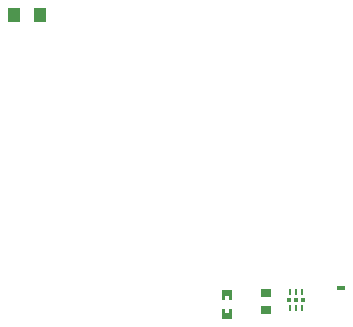
<source format=gtp>
G04 Layer: TopPasteMaskLayer*
G04 EasyEDA v6.5.47, 2024-12-07 11:12:44*
G04 625f1d84725144fd8e3cf26cc36712fa,1719c0b1cc1640c08589e1ebc8d41499,10*
G04 Gerber Generator version 0.2*
G04 Scale: 100 percent, Rotated: No, Reflected: No *
G04 Dimensions in millimeters *
G04 leading zeros omitted , absolute positions ,4 integer and 5 decimal *
%FSLAX45Y45*%
%MOMM*%

%ADD10R,0.7501X0.3000*%
%ADD11R,0.9000X0.8000*%
%ADD12R,1.0000X1.2500*%
%ADD13R,0.2800X0.5000*%
%ADD14R,0.4500X0.3000*%
%ADD15R,0.3000X0.3000*%

%LPD*%
G36*
X5890920Y4131106D02*
G01*
X5885891Y4126077D01*
X5885891Y4046118D01*
X5890920Y4041089D01*
X5970879Y4041089D01*
X5975908Y4046118D01*
X5975908Y4126077D01*
X5970879Y4131106D01*
X5948121Y4131106D01*
X5948121Y4094073D01*
X5915101Y4094073D01*
X5915101Y4131106D01*
G37*
G36*
X5890920Y4290110D02*
G01*
X5885891Y4285081D01*
X5885891Y4205122D01*
X5890920Y4200093D01*
X5913678Y4200093D01*
X5913678Y4237126D01*
X5946698Y4237126D01*
X5946698Y4200093D01*
X5970879Y4200093D01*
X5975908Y4205122D01*
X5975908Y4285081D01*
X5970879Y4290110D01*
G37*
D10*
G01*
X6896100Y4305300D03*
D11*
G01*
X6261100Y4120997D03*
G01*
X6261100Y4261002D03*
D12*
G01*
X4351802Y6616710D03*
G01*
X4131787Y6616710D03*
D13*
G01*
X6565087Y4268698D03*
G01*
X6515100Y4268698D03*
G01*
X6465087Y4268698D03*
D14*
G01*
X6455105Y4203700D03*
D13*
G01*
X6465087Y4138701D03*
G01*
X6515074Y4138701D03*
G01*
X6565087Y4138701D03*
D14*
G01*
X6575094Y4203700D03*
D15*
G01*
X6515074Y4203700D03*
M02*

</source>
